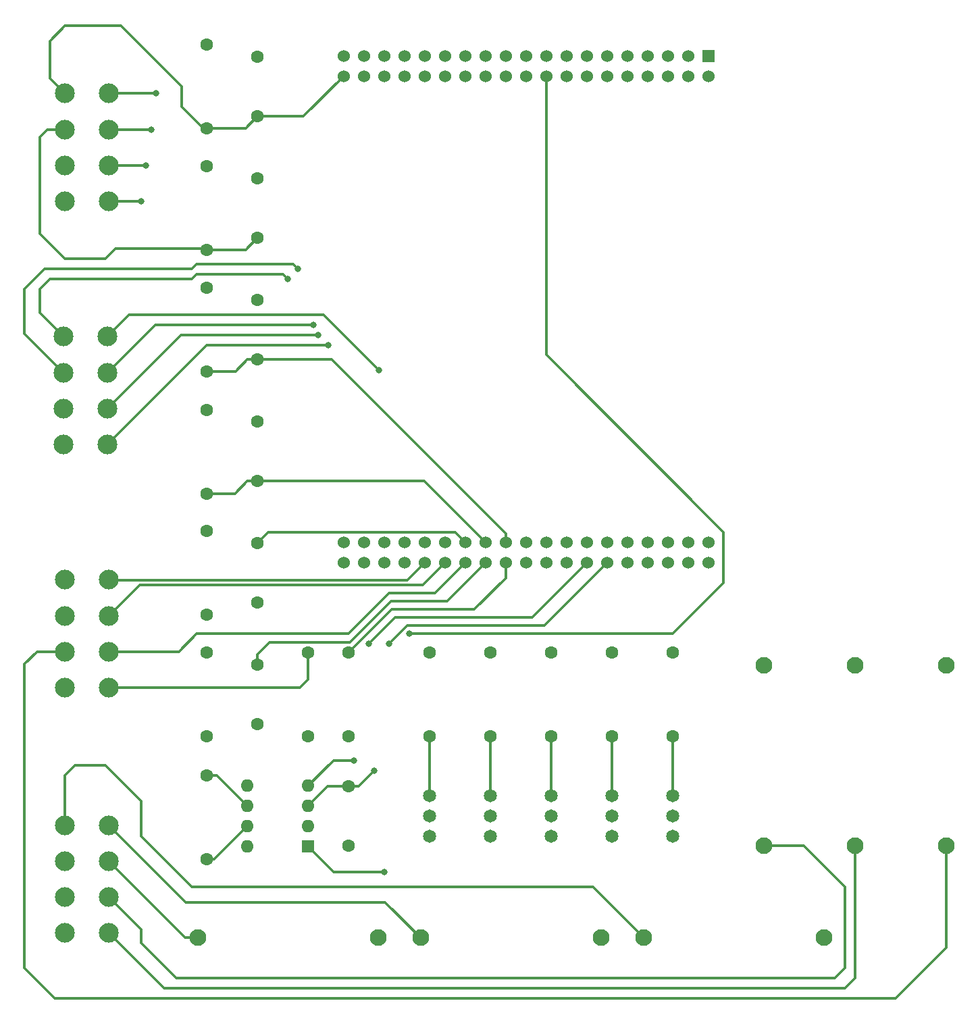
<source format=gbr>
%TF.GenerationSoftware,KiCad,Pcbnew,8.0.6*%
%TF.CreationDate,2025-01-08T12:00:42-04:00*%
%TF.ProjectId,DC,44432e6b-6963-4616-945f-706362585858,rev?*%
%TF.SameCoordinates,Original*%
%TF.FileFunction,Copper,L1,Top*%
%TF.FilePolarity,Positive*%
%FSLAX46Y46*%
G04 Gerber Fmt 4.6, Leading zero omitted, Abs format (unit mm)*
G04 Created by KiCad (PCBNEW 8.0.6) date 2025-01-08 12:00:42*
%MOMM*%
%LPD*%
G01*
G04 APERTURE LIST*
%TA.AperFunction,ComponentPad*%
%ADD10C,2.100000*%
%TD*%
%TA.AperFunction,ComponentPad*%
%ADD11C,1.651000*%
%TD*%
%TA.AperFunction,ComponentPad*%
%ADD12C,1.600000*%
%TD*%
%TA.AperFunction,ComponentPad*%
%ADD13C,2.475500*%
%TD*%
%TA.AperFunction,ComponentPad*%
%ADD14C,1.524000*%
%TD*%
%TA.AperFunction,ComponentPad*%
%ADD15R,1.524000X1.524000*%
%TD*%
%TA.AperFunction,ComponentPad*%
%ADD16R,1.600000X1.600000*%
%TD*%
%TA.AperFunction,ComponentPad*%
%ADD17O,1.600000X1.600000*%
%TD*%
%TA.AperFunction,ViaPad*%
%ADD18C,0.800000*%
%TD*%
%TA.AperFunction,Conductor*%
%ADD19C,0.300000*%
%TD*%
G04 APERTURE END LIST*
D10*
%TO.P,F6,1,1*%
%TO.N,Net-(U7A-VIN)*%
X176530000Y-120780000D03*
%TO.P,F6,2,2*%
%TO.N,VCC*%
X176530000Y-143380000D03*
%TD*%
D11*
%TO.P,U4,3,S*%
%TO.N,GND*%
X119380000Y-142240000D03*
%TO.P,U4,2,D*%
%TO.N,Net-(U4-D)*%
X119380000Y-139700000D03*
%TO.P,U4,1,G*%
%TO.N,Net-(U4-G)*%
X119380000Y-137160000D03*
%TD*%
D12*
%TO.P,C5,1*%
%TO.N,GND*%
X90170000Y-44510000D03*
%TO.P,C5,2*%
%TO.N,/HazardButton*%
X90170000Y-52010000D03*
%TD*%
%TO.P,C6,2*%
%TO.N,/GearSelector*%
X90170000Y-67250000D03*
%TO.P,C6,1*%
%TO.N,GND*%
X90170000Y-59750000D03*
%TD*%
D13*
%TO.P,a2,1,1*%
%TO.N,/RSignalLightButton*%
X71539000Y-62631500D03*
%TO.P,a2,2,2*%
%TO.N,/LSignalLightButton*%
X71539000Y-58130500D03*
%TO.P,a2,3,3*%
%TO.N,/AccelIn*%
X71539000Y-53629500D03*
%TO.P,a2,4,4*%
%TO.N,/BrakePedal*%
X71539000Y-49128500D03*
%TO.P,a2,5,5*%
%TO.N,/HazardButton*%
X66040000Y-49128500D03*
%TO.P,a2,6,6*%
%TO.N,/GearSelector*%
X66040000Y-53629500D03*
%TO.P,a2,7,7*%
%TO.N,unconnected-(a2-Pad7)*%
X66040000Y-58130500D03*
%TO.P,a2,8,8*%
%TO.N,unconnected-(a2-Pad8)*%
X66040000Y-62631500D03*
%TD*%
D12*
%TO.P,C1,1*%
%TO.N,GND*%
X90170000Y-128210000D03*
%TO.P,C1,2*%
%TO.N,/RSignalLightButton*%
X90170000Y-120710000D03*
%TD*%
%TO.P,C2,1*%
%TO.N,GND*%
X90170000Y-112970000D03*
%TO.P,C2,2*%
%TO.N,/LSignalLightButton*%
X90170000Y-105470000D03*
%TD*%
%TO.P,C4,1*%
%TO.N,GND*%
X90170000Y-74990000D03*
%TO.P,C4,2*%
%TO.N,/BrakePedal*%
X90170000Y-82490000D03*
%TD*%
%TO.P,R1,2*%
%TO.N,/BrakeLightOut*%
X142240000Y-119210000D03*
%TO.P,R1,1*%
%TO.N,Net-(U1-G)*%
X142240000Y-129710000D03*
%TD*%
D11*
%TO.P,U2,1,G*%
%TO.N,Net-(U2-G)*%
X134620000Y-137160000D03*
%TO.P,U2,2,D*%
%TO.N,Net-(U2-D)*%
X134620000Y-139700000D03*
%TO.P,U2,3,S*%
%TO.N,GND*%
X134620000Y-142240000D03*
%TD*%
D12*
%TO.P,R7,1*%
%TO.N,/LSignalLightButton*%
X83820000Y-114470000D03*
%TO.P,R7,2*%
%TO.N,/+3V3*%
X83820000Y-103970000D03*
%TD*%
D10*
%TO.P,F4,1,1*%
%TO.N,/DRLRightNeg*%
X110620000Y-154940000D03*
%TO.P,F4,2,2*%
%TO.N,Net-(U4-D)*%
X133220000Y-154940000D03*
%TD*%
D12*
%TO.P,R8,1*%
%TO.N,/AccelIn*%
X83820000Y-99279500D03*
%TO.P,R8,2*%
%TO.N,/+3V3*%
X83820000Y-88779500D03*
%TD*%
D10*
%TO.P,F1,1,1*%
%TO.N,/BrakeLightNeg*%
X165100000Y-143380000D03*
%TO.P,F1,2,2*%
%TO.N,Net-(U1-D)*%
X165100000Y-120780000D03*
%TD*%
D12*
%TO.P,R14,1*%
%TO.N,/CAN_H*%
X83820000Y-145090000D03*
%TO.P,R14,2*%
%TO.N,/CAN_L*%
X83820000Y-134590000D03*
%TD*%
%TO.P,R9,1*%
%TO.N,/BrakePedal*%
X83820000Y-83990000D03*
%TO.P,R9,2*%
%TO.N,/+3V3*%
X83820000Y-73490000D03*
%TD*%
D13*
%TO.P,a4,1,1*%
%TO.N,/DIExtra1*%
X71329500Y-93111500D03*
%TO.P,a4,2,2*%
%TO.N,/DIExtra2*%
X71329500Y-88610500D03*
%TO.P,a4,3,3*%
%TO.N,/DOExtra1*%
X71329500Y-84109500D03*
%TO.P,a4,4,4*%
%TO.N,/ThermalShutoff*%
X71329500Y-79608500D03*
%TO.P,a4,5,5*%
%TO.N,/UART_RX*%
X65830500Y-79608500D03*
%TO.P,a4,6,6*%
%TO.N,/UART_TX*%
X65830500Y-84109500D03*
%TO.P,a4,7,7*%
%TO.N,unconnected-(a4-Pad7)*%
X65830500Y-88610500D03*
%TO.P,a4,8,8*%
%TO.N,unconnected-(a4-Pad8)*%
X65830500Y-93111500D03*
%TD*%
D11*
%TO.P,U3,1,G*%
%TO.N,Net-(U3-G)*%
X111760000Y-137160000D03*
%TO.P,U3,2,D*%
%TO.N,Net-(U3-D)*%
X111760000Y-139700000D03*
%TO.P,U3,3,S*%
%TO.N,GND*%
X111760000Y-142240000D03*
%TD*%
D12*
%TO.P,C3,1*%
%TO.N,GND*%
X90170000Y-90230000D03*
%TO.P,C3,2*%
%TO.N,/AccelIn*%
X90170000Y-97730000D03*
%TD*%
%TO.P,R11,1*%
%TO.N,/GearSelector*%
X83820000Y-68750000D03*
%TO.P,R11,2*%
%TO.N,/+3V3*%
X83820000Y-58250000D03*
%TD*%
D11*
%TO.P,U1,1,G*%
%TO.N,Net-(U1-G)*%
X142240000Y-137160000D03*
%TO.P,U1,2,D*%
%TO.N,Net-(U1-D)*%
X142240000Y-139700000D03*
%TO.P,U1,3,S*%
%TO.N,GND*%
X142240000Y-142240000D03*
%TD*%
D12*
%TO.P,R6,1*%
%TO.N,/RSignalLightButton*%
X83820000Y-129710000D03*
%TO.P,R6,2*%
%TO.N,/+3V3*%
X83820000Y-119210000D03*
%TD*%
%TO.P,R12,2*%
%TO.N,/SupBattMonitor*%
X96520000Y-129710000D03*
%TO.P,R12,1*%
%TO.N,/SupBattery*%
X96520000Y-119210000D03*
%TD*%
%TO.P,C7,1*%
%TO.N,GND*%
X101600000Y-143450000D03*
%TO.P,C7,2*%
%TO.N,/CANTransceiver5V*%
X101600000Y-135950000D03*
%TD*%
D14*
%TO.P,U7,CN10_38,NC_CN10_38*%
%TO.N,unconnected-(U7B-NC_CN10_38-PadCN10_38)*%
X100950000Y-107950000D03*
%TO.P,U7,CN10_37,PA3*%
%TO.N,/UART_RX*%
X100950000Y-105410000D03*
%TO.P,U7,CN10_36,NC_CN10_36*%
%TO.N,unconnected-(U7B-NC_CN10_36-PadCN10_36)*%
X103490000Y-107950000D03*
%TO.P,U7,CN10_35,PA2*%
%TO.N,/UART_TX*%
X103490000Y-105410000D03*
%TO.P,U7,CN10_34,PC4*%
%TO.N,unconnected-(U7B-PC4-PadCN10_34)*%
X106030000Y-107950000D03*
%TO.P,U7,CN10_33,PA10*%
%TO.N,/ThermalShutoff*%
X106030000Y-105410000D03*
%TO.P,U7,CN10_32,AGND*%
%TO.N,unconnected-(U7B-AGND-PadCN10_32)*%
X108570000Y-107950000D03*
%TO.P,U7,CN10_31,PB3*%
%TO.N,unconnected-(U7B-PB3-PadCN10_31)*%
X108570000Y-105410000D03*
%TO.P,U7,CN10_30,PA5*%
%TO.N,/Reverse*%
X111110000Y-107950000D03*
%TO.P,U7,CN10_29,PB5*%
%TO.N,unconnected-(U7B-PB5-PadCN10_29)*%
X111110000Y-105410000D03*
%TO.P,U7,CN10_28,PA6*%
%TO.N,/Neutral*%
X113650000Y-107950000D03*
%TO.P,U7,CN10_27,PB4*%
%TO.N,unconnected-(U7B-PB4-PadCN10_27)*%
X113650000Y-105410000D03*
%TO.P,U7,CN10_26,PA7*%
%TO.N,/Drive*%
X116190000Y-107950000D03*
%TO.P,U7,CN10_25,PB10*%
%TO.N,/LSignalLightButton*%
X116190000Y-105410000D03*
%TO.P,U7,CN10_24,PB1*%
%TO.N,/RSignalLightButton*%
X118730000Y-107950000D03*
%TO.P,U7,CN10_23,PA8*%
%TO.N,/AccelIn*%
X118730000Y-105410000D03*
%TO.P,U7,CN10_22,PB2*%
%TO.N,/SupBattMonitor*%
X121270000Y-107950000D03*
%TO.P,U7,CN10_21,PA9*%
%TO.N,/BrakePedal*%
X121270000Y-105410000D03*
%TO.P,U7,CN10_20,GND_CN10_20*%
%TO.N,unconnected-(U7B-GND_CN10_20-PadCN10_20)*%
X123810000Y-107950000D03*
%TO.P,U7,CN10_19,PC7*%
%TO.N,unconnected-(U7B-PC7-PadCN10_19)*%
X123810000Y-105410000D03*
%TO.P,U7,CN10_18,PB11*%
%TO.N,/LSignalLightOut*%
X126350000Y-107950000D03*
%TO.P,U7,CN10_17,PB6*%
%TO.N,unconnected-(U7B-PB6-PadCN10_17)*%
X126350000Y-105410000D03*
%TO.P,U7,CN10_16,PB12*%
%TO.N,/DRLRightOut*%
X128890000Y-107950000D03*
%TO.P,U7,CN10_15,PB15*%
%TO.N,unconnected-(U7B-PB15-PadCN10_15)*%
X128890000Y-105410000D03*
%TO.P,U7,CN10_14,PA11*%
%TO.N,/CAN_RX*%
X131430000Y-107950000D03*
%TO.P,U7,CN10_13,PB14*%
%TO.N,unconnected-(U7B-PB14-PadCN10_13)*%
X131430000Y-105410000D03*
%TO.P,U7,CN10_12,PA12*%
%TO.N,/CAN_TX*%
X133970000Y-107950000D03*
%TO.P,U7,CN10_11,PB13*%
%TO.N,unconnected-(U7B-PB13-PadCN10_11)*%
X133970000Y-105410000D03*
%TO.P,U7,CN10_10,NC_CN10_10*%
%TO.N,unconnected-(U7B-NC_CN10_10-PadCN10_10)*%
X136510000Y-107950000D03*
%TO.P,U7,CN10_9,GND_CN10_9*%
%TO.N,GND*%
X136510000Y-105410000D03*
%TO.P,U7,CN10_8,U5V*%
%TO.N,unconnected-(U7B-U5V-PadCN10_8)*%
X139050000Y-107950000D03*
%TO.P,U7,CN10_7,AVDD*%
%TO.N,unconnected-(U7B-AVDD-PadCN10_7)*%
X139050000Y-105410000D03*
%TO.P,U7,CN10_6,PC5*%
%TO.N,/DRLLeftOut*%
X141590000Y-107950000D03*
%TO.P,U7,CN10_5,PB9*%
%TO.N,unconnected-(U7B-PB9-PadCN10_5)*%
X141590000Y-105410000D03*
%TO.P,U7,CN10_4,PC6*%
%TO.N,/RSignalLightOut*%
X144130000Y-107950000D03*
%TO.P,U7,CN10_3,PB8*%
%TO.N,unconnected-(U7B-PB8-PadCN10_3)*%
X144130000Y-105410000D03*
%TO.P,U7,CN10_2,PC8*%
%TO.N,/BrakeLightOut*%
X146670000Y-107950000D03*
%TO.P,U7,CN10_1,PC9*%
%TO.N,unconnected-(U7B-PC9-PadCN10_1)*%
X146670000Y-105410000D03*
%TO.P,U7,CN7_38,PC0*%
%TO.N,/HazardButton*%
X100950000Y-46990000D03*
%TO.P,U7,CN7_37,PC3*%
%TO.N,unconnected-(U7A-PC3-PadCN7_37)*%
X100950000Y-44450000D03*
%TO.P,U7,CN7_36,PC1*%
%TO.N,/DOExtra1*%
X103490000Y-46990000D03*
%TO.P,U7,CN7_35,PC2*%
%TO.N,unconnected-(U7A-PC2-PadCN7_35)*%
X103490000Y-44450000D03*
%TO.P,U7,CN7_34,PB0*%
%TO.N,/DIExtra2*%
X106030000Y-46990000D03*
%TO.P,U7,CN7_33,VBAT*%
%TO.N,unconnected-(U7A-VBAT-PadCN7_33)*%
X106030000Y-44450000D03*
%TO.P,U7,CN7_32,PA4*%
%TO.N,/DIExtra1*%
X108570000Y-46990000D03*
%TO.P,U7,CN7_31,PF1*%
%TO.N,unconnected-(U7A-PF1-PadCN7_31)*%
X108570000Y-44450000D03*
%TO.P,U7,CN7_30,PA1*%
%TO.N,unconnected-(U7A-PA1-PadCN7_30)*%
X111110000Y-46990000D03*
%TO.P,U7,CN7_29,PF0*%
%TO.N,unconnected-(U7A-PF0-PadCN7_29)*%
X111110000Y-44450000D03*
%TO.P,U7,CN7_28,PA0*%
%TO.N,unconnected-(U7A-PA0-PadCN7_28)*%
X113650000Y-46990000D03*
%TO.P,U7,CN7_27,PC15*%
%TO.N,unconnected-(U7A-PC15-PadCN7_27)*%
X113650000Y-44450000D03*
%TO.P,U7,CN7_26,NC_CN7_26*%
%TO.N,unconnected-(U7A-NC_CN7_26-PadCN7_26)*%
X116190000Y-46990000D03*
%TO.P,U7,CN7_25,PC14*%
%TO.N,unconnected-(U7A-PC14-PadCN7_25)*%
X116190000Y-44450000D03*
%TO.P,U7,CN7_24,VIN*%
%TO.N,Net-(U7A-VIN)*%
X118730000Y-46990000D03*
%TO.P,U7,CN7_23,PC13*%
%TO.N,unconnected-(U7A-PC13-PadCN7_23)*%
X118730000Y-44450000D03*
%TO.P,U7,CN7_22,GND_CN7_22*%
%TO.N,GND*%
X121270000Y-46990000D03*
%TO.P,U7,CN7_21,PB7*%
%TO.N,unconnected-(U7A-PB7-PadCN7_21)*%
X121270000Y-44450000D03*
%TO.P,U7,CN7_20,GND_CN7_20*%
%TO.N,GND*%
X123810000Y-46990000D03*
%TO.P,U7,CN7_19,GND_CN7_19*%
X123810000Y-44450000D03*
%TO.P,U7,CN7_18,+5V*%
%TO.N,/CANTransceiver5V*%
X126350000Y-46990000D03*
%TO.P,U7,CN7_17,PA15*%
%TO.N,unconnected-(U7A-PA15-PadCN7_17)*%
X126350000Y-44450000D03*
%TO.P,U7,CN7_16,+3V3*%
%TO.N,/+3V3*%
X128890000Y-46990000D03*
%TO.P,U7,CN7_15,PA14*%
%TO.N,unconnected-(U7A-PA14-PadCN7_15)*%
X128890000Y-44450000D03*
%TO.P,U7,CN7_14,~{RESET}*%
%TO.N,unconnected-(U7A-~{RESET}-PadCN7_14)*%
X131430000Y-46990000D03*
%TO.P,U7,CN7_13,PA13*%
%TO.N,unconnected-(U7A-PA13-PadCN7_13)*%
X131430000Y-44450000D03*
%TO.P,U7,CN7_12,IOREF*%
%TO.N,unconnected-(U7A-IOREF-PadCN7_12)*%
X133970000Y-46990000D03*
%TO.P,U7,CN7_11,NC_CN7_11*%
%TO.N,unconnected-(U7A-NC_CN7_11-PadCN7_11)*%
X133970000Y-44450000D03*
%TO.P,U7,CN7_10,NC_CN7_10*%
%TO.N,unconnected-(U7A-NC_CN7_10-PadCN7_10)*%
X136510000Y-46990000D03*
%TO.P,U7,CN7_9,NC_CN7_9*%
%TO.N,unconnected-(U7A-NC_CN7_9-PadCN7_9)*%
X136510000Y-44450000D03*
%TO.P,U7,CN7_8,GND_CN7_8*%
%TO.N,GND*%
X139050000Y-46990000D03*
%TO.P,U7,CN7_7,BOOT0*%
%TO.N,unconnected-(U7A-BOOT0-PadCN7_7)*%
X139050000Y-44450000D03*
%TO.P,U7,CN7_6,E5V*%
%TO.N,unconnected-(U7A-E5V-PadCN7_6)*%
X141590000Y-46990000D03*
%TO.P,U7,CN7_5,VDD*%
%TO.N,unconnected-(U7A-VDD-PadCN7_5)*%
X141590000Y-44450000D03*
%TO.P,U7,CN7_4,PD2*%
%TO.N,unconnected-(U7A-PD2-PadCN7_4)*%
X144130000Y-46990000D03*
%TO.P,U7,CN7_3,PC12*%
%TO.N,unconnected-(U7A-PC12-PadCN7_3)*%
X144130000Y-44450000D03*
%TO.P,U7,CN7_2,PC11*%
%TO.N,unconnected-(U7A-PC11-PadCN7_2)*%
X146670000Y-46990000D03*
D15*
%TO.P,U7,CN7_1,PC10*%
%TO.N,unconnected-(U7A-PC10-PadCN7_1)*%
X146670000Y-44450000D03*
%TD*%
D12*
%TO.P,R2,2*%
%TO.N,/RSignalLightOut*%
X134620000Y-119210000D03*
%TO.P,R2,1*%
%TO.N,Net-(U2-G)*%
X134620000Y-129710000D03*
%TD*%
%TO.P,R13,2*%
%TO.N,GND*%
X101600000Y-129710000D03*
%TO.P,R13,1*%
%TO.N,/SupBattMonitor*%
X101600000Y-119210000D03*
%TD*%
D13*
%TO.P,a1,1,1*%
%TO.N,/BrakeLightNeg*%
X71539000Y-154361000D03*
%TO.P,a1,2,2*%
%TO.N,/RSignalLightNeg*%
X71539000Y-149860000D03*
%TO.P,a1,3,3*%
%TO.N,/LSignalLightNeg*%
X71539000Y-145359000D03*
%TO.P,a1,4,4*%
%TO.N,/DRLRightNeg*%
X71539000Y-140858000D03*
%TO.P,a1,5,5*%
%TO.N,/DRLLeftNeg*%
X66040000Y-140858000D03*
%TO.P,a1,6,6*%
%TO.N,GND*%
X66040000Y-145359000D03*
%TO.P,a1,7,7*%
X66040000Y-149860000D03*
%TO.P,a1,8,8*%
X66040000Y-154361000D03*
%TD*%
D16*
%TO.P,U6,1,TXD*%
%TO.N,/CAN_TX*%
X96520000Y-143500000D03*
D17*
%TO.P,U6,2,VSS*%
%TO.N,GND*%
X96520000Y-140960000D03*
%TO.P,U6,3,VDD*%
%TO.N,/CANTransceiver5V*%
X96520000Y-138420000D03*
%TO.P,U6,4,RXD*%
%TO.N,/CAN_RX*%
X96520000Y-135880000D03*
%TO.P,U6,5,Vref*%
%TO.N,unconnected-(U6-Vref-Pad5)*%
X88900000Y-135880000D03*
%TO.P,U6,6,CANL*%
%TO.N,/CAN_L*%
X88900000Y-138420000D03*
%TO.P,U6,7,CANH*%
%TO.N,/CAN_H*%
X88900000Y-140960000D03*
%TO.P,U6,8,Rs*%
%TO.N,GND*%
X88900000Y-143500000D03*
%TD*%
D12*
%TO.P,R5,1*%
%TO.N,Net-(U5-G)*%
X127000000Y-129710000D03*
%TO.P,R5,2*%
%TO.N,/DRLLeftOut*%
X127000000Y-119210000D03*
%TD*%
D10*
%TO.P,F2,1,1*%
%TO.N,/RSignalLightNeg*%
X153670000Y-143380000D03*
%TO.P,F2,2,2*%
%TO.N,Net-(U2-D)*%
X153670000Y-120780000D03*
%TD*%
D12*
%TO.P,R3,2*%
%TO.N,/LSignalLightOut*%
X111760000Y-119210000D03*
%TO.P,R3,1*%
%TO.N,Net-(U3-G)*%
X111760000Y-129710000D03*
%TD*%
%TO.P,R4,1*%
%TO.N,Net-(U4-G)*%
X119380000Y-129710000D03*
%TO.P,R4,2*%
%TO.N,/DRLRightOut*%
X119380000Y-119210000D03*
%TD*%
%TO.P,R10,1*%
%TO.N,/HazardButton*%
X83820000Y-53510000D03*
%TO.P,R10,2*%
%TO.N,/+3V3*%
X83820000Y-43010000D03*
%TD*%
D11*
%TO.P,U5,3,S*%
%TO.N,GND*%
X127000000Y-142240000D03*
%TO.P,U5,2,D*%
%TO.N,Net-(U5-D)*%
X127000000Y-139700000D03*
%TO.P,U5,1,G*%
%TO.N,Net-(U5-G)*%
X127000000Y-137160000D03*
%TD*%
D10*
%TO.P,F3,2,2*%
%TO.N,Net-(U3-D)*%
X105280000Y-154940000D03*
%TO.P,F3,1,1*%
%TO.N,/LSignalLightNeg*%
X82680000Y-154940000D03*
%TD*%
%TO.P,F5,2,2*%
%TO.N,Net-(U5-D)*%
X161160000Y-154940000D03*
%TO.P,F5,1,1*%
%TO.N,/DRLLeftNeg*%
X138560000Y-154940000D03*
%TD*%
D13*
%TO.P,a3,1,1*%
%TO.N,/SupBattery*%
X71539000Y-123591500D03*
%TO.P,a3,2,2*%
%TO.N,/Drive*%
X71539000Y-119090500D03*
%TO.P,a3,3,3*%
%TO.N,/Neutral*%
X71539000Y-114589500D03*
%TO.P,a3,4,4*%
%TO.N,/Reverse*%
X71539000Y-110088500D03*
%TO.P,a3,5,5*%
%TO.N,/CAN_L*%
X66040000Y-110088500D03*
%TO.P,a3,6,6*%
%TO.N,/CAN_H*%
X66040000Y-114589500D03*
%TO.P,a3,7,7*%
%TO.N,VCC*%
X66040000Y-119090500D03*
%TO.P,a3,8,8*%
%TO.N,GND*%
X66040000Y-123591500D03*
%TD*%
D18*
%TO.N,/LSignalLightButton*%
X76200000Y-58130500D03*
%TO.N,/RSignalLightButton*%
X75565000Y-62631500D03*
%TO.N,/AccelIn*%
X76835000Y-53629500D03*
%TO.N,/BrakePedal*%
X77470000Y-49128500D03*
%TO.N,/CAN_TX*%
X106045000Y-146685000D03*
%TO.N,/CANTransceiver5V*%
X104775000Y-133985000D03*
%TO.N,/CAN_RX*%
X102235000Y-132715000D03*
X104140000Y-118110000D03*
%TO.N,/CAN_TX*%
X106680000Y-118110000D03*
%TO.N,/CANTransceiver5V*%
X109220000Y-116840000D03*
%TO.N,/UART_RX*%
X93980000Y-72390000D03*
%TO.N,/UART_TX*%
X95250000Y-71120000D03*
%TO.N,/DOExtra1*%
X97155000Y-78105000D03*
%TO.N,/DIExtra2*%
X97790000Y-79375000D03*
%TO.N,/DIExtra1*%
X99060000Y-80645000D03*
%TO.N,/ThermalShutoff*%
X105410000Y-83820000D03*
%TD*%
D19*
%TO.N,/HazardButton*%
X95930000Y-52010000D02*
X90170000Y-52010000D01*
%TO.N,/LSignalLightButton*%
X114920000Y-104140000D02*
X116190000Y-105410000D01*
X90170000Y-105470000D02*
X91500000Y-104140000D01*
X91500000Y-104140000D02*
X114920000Y-104140000D01*
%TO.N,/RSignalLightButton*%
X90170000Y-119440000D02*
X90170000Y-120710000D01*
X91650000Y-117960000D02*
X90170000Y-119440000D01*
%TO.N,/GearSelector*%
X88670000Y-68750000D02*
X90170000Y-67250000D01*
X83820000Y-68750000D02*
X88670000Y-68750000D01*
%TO.N,/HazardButton*%
X88670000Y-53510000D02*
X83820000Y-53510000D01*
X90170000Y-52010000D02*
X88670000Y-53510000D01*
%TO.N,/DOExtra1*%
X77334000Y-78105000D02*
X71329500Y-84109500D01*
X97155000Y-78105000D02*
X77334000Y-78105000D01*
%TO.N,/DIExtra2*%
X80565000Y-79375000D02*
X71329500Y-88610500D01*
X97790000Y-79375000D02*
X80565000Y-79375000D01*
%TO.N,/DIExtra1*%
X83796000Y-80645000D02*
X71329500Y-93111500D01*
X99060000Y-80645000D02*
X83796000Y-80645000D01*
%TO.N,/ThermalShutoff*%
X98425000Y-76835000D02*
X105410000Y-83820000D01*
X71329500Y-79608500D02*
X74103000Y-76835000D01*
X74103000Y-76835000D02*
X98425000Y-76835000D01*
%TO.N,/HazardButton*%
X95930000Y-52010000D02*
X100950000Y-46990000D01*
%TO.N,/BrakePedal*%
X99427630Y-82490000D02*
X121270000Y-104332370D01*
X121270000Y-104332370D02*
X121270000Y-105410000D01*
X88900000Y-82490000D02*
X99427630Y-82490000D01*
%TO.N,/AccelIn*%
X111050000Y-97730000D02*
X118730000Y-105410000D01*
X88900000Y-97730000D02*
X111050000Y-97730000D01*
%TO.N,/Reverse*%
X108916000Y-110144000D02*
X111110000Y-107950000D01*
X71594500Y-110144000D02*
X108916000Y-110144000D01*
X71539000Y-110088500D02*
X71594500Y-110144000D01*
%TO.N,/Neutral*%
X110856000Y-110744000D02*
X113650000Y-107950000D01*
X75384500Y-110744000D02*
X110856000Y-110744000D01*
X71539000Y-114589500D02*
X75384500Y-110744000D01*
%TO.N,/RSignalLightButton*%
X106934000Y-112776000D02*
X113904000Y-112776000D01*
X101750000Y-117960000D02*
X106934000Y-112776000D01*
X91650000Y-117960000D02*
X101750000Y-117960000D01*
X113904000Y-112776000D02*
X118730000Y-107950000D01*
%TO.N,/SupBattMonitor*%
X121270000Y-109870000D02*
X121270000Y-107950000D01*
X107018000Y-113792000D02*
X117348000Y-113792000D01*
X101600000Y-119210000D02*
X107018000Y-113792000D01*
X117348000Y-113792000D02*
X121270000Y-109870000D01*
%TO.N,/CAN_RX*%
X124572000Y-114808000D02*
X131430000Y-107950000D01*
X107442000Y-114808000D02*
X124572000Y-114808000D01*
X104140000Y-118110000D02*
X107442000Y-114808000D01*
%TO.N,/CAN_TX*%
X126096000Y-115824000D02*
X133970000Y-107950000D01*
X108966000Y-115824000D02*
X126096000Y-115824000D01*
X106680000Y-118110000D02*
X108966000Y-115824000D01*
%TO.N,/UART_TX*%
X82550000Y-70485000D02*
X94615000Y-70485000D01*
X81915000Y-71120000D02*
X82550000Y-70485000D01*
X63500000Y-71120000D02*
X81915000Y-71120000D01*
X60960000Y-73660000D02*
X63500000Y-71120000D01*
X60960000Y-79239000D02*
X60960000Y-73660000D01*
X94615000Y-70485000D02*
X95250000Y-71120000D01*
X65830500Y-84109500D02*
X60960000Y-79239000D01*
%TO.N,/UART_RX*%
X93345000Y-71755000D02*
X93980000Y-72390000D01*
X82550000Y-71755000D02*
X93345000Y-71755000D01*
%TO.N,/RSignalLightNeg*%
X163830000Y-158750000D02*
X163830000Y-148590000D01*
X162560000Y-160020000D02*
X163830000Y-158750000D01*
X75565000Y-155575000D02*
X80010000Y-160020000D01*
X163830000Y-148590000D02*
X158620000Y-143380000D01*
X75565000Y-153886000D02*
X75565000Y-155575000D01*
X80010000Y-160020000D02*
X162560000Y-160020000D01*
X71539000Y-149860000D02*
X75565000Y-153886000D01*
X158620000Y-143380000D02*
X153670000Y-143380000D01*
%TO.N,/BrakeLightNeg*%
X165100000Y-160020000D02*
X165100000Y-143380000D01*
X163830000Y-161290000D02*
X165100000Y-160020000D01*
X78468000Y-161290000D02*
X163830000Y-161290000D01*
X71539000Y-154361000D02*
X78468000Y-161290000D01*
%TO.N,VCC*%
X64770000Y-162560000D02*
X60960000Y-158750000D01*
X170180000Y-162560000D02*
X64770000Y-162560000D01*
X60960000Y-120650000D02*
X62519500Y-119090500D01*
X62519500Y-119090500D02*
X66040000Y-119090500D01*
X176530000Y-156210000D02*
X170180000Y-162560000D01*
X60960000Y-158750000D02*
X60960000Y-120650000D01*
X176530000Y-143380000D02*
X176530000Y-156210000D01*
%TO.N,/UART_RX*%
X81915000Y-72390000D02*
X82550000Y-71755000D01*
X64135000Y-72390000D02*
X81915000Y-72390000D01*
X62865000Y-73660000D02*
X64135000Y-72390000D01*
X62865000Y-76643000D02*
X62865000Y-73660000D01*
X65830500Y-79608500D02*
X62865000Y-76643000D01*
%TO.N,/GearSelector*%
X83650000Y-68580000D02*
X83820000Y-68750000D01*
X72390000Y-68580000D02*
X83650000Y-68580000D01*
X66040000Y-69850000D02*
X71120000Y-69850000D01*
X62865000Y-66675000D02*
X66040000Y-69850000D01*
X62865000Y-54610000D02*
X62865000Y-66675000D01*
X63845500Y-53629500D02*
X62865000Y-54610000D01*
X66040000Y-53629500D02*
X63845500Y-53629500D01*
X71120000Y-69850000D02*
X72390000Y-68580000D01*
%TO.N,/CANTransceiver5V*%
X102810000Y-135950000D02*
X101600000Y-135950000D01*
X104775000Y-133985000D02*
X102810000Y-135950000D01*
%TO.N,/CAN_RX*%
X99685000Y-132715000D02*
X96520000Y-135880000D01*
X102235000Y-132715000D02*
X99685000Y-132715000D01*
%TO.N,/CAN_TX*%
X100330000Y-146685000D02*
X106045000Y-146685000D01*
X99705000Y-146685000D02*
X100330000Y-146685000D01*
X96520000Y-143500000D02*
X99705000Y-146685000D01*
%TO.N,/DRLLeftNeg*%
X132210000Y-148590000D02*
X138560000Y-154940000D01*
X75565000Y-142240000D02*
X81915000Y-148590000D01*
X75565000Y-137795000D02*
X75565000Y-142240000D01*
X81915000Y-148590000D02*
X132210000Y-148590000D01*
X71120000Y-133350000D02*
X75565000Y-137795000D01*
X67310000Y-133350000D02*
X71120000Y-133350000D01*
X66040000Y-134620000D02*
X67310000Y-133350000D01*
X66040000Y-140858000D02*
X66040000Y-134620000D01*
%TO.N,/DRLRightNeg*%
X106175000Y-150495000D02*
X110620000Y-154940000D01*
X81176000Y-150495000D02*
X106175000Y-150495000D01*
X71539000Y-140858000D02*
X81176000Y-150495000D01*
%TO.N,/LSignalLightNeg*%
X81120000Y-154940000D02*
X82680000Y-154940000D01*
X71539000Y-145359000D02*
X81120000Y-154940000D01*
%TO.N,Net-(U1-G)*%
X142240000Y-129710000D02*
X142240000Y-137160000D01*
%TO.N,Net-(U2-G)*%
X134620000Y-129710000D02*
X134620000Y-137160000D01*
%TO.N,Net-(U3-G)*%
X111760000Y-129964000D02*
X111760000Y-137414000D01*
%TO.N,Net-(U5-G)*%
X127000000Y-129710000D02*
X127000000Y-137160000D01*
%TO.N,Net-(U4-G)*%
X119380000Y-129710000D02*
X119380000Y-137160000D01*
%TO.N,/SupBattery*%
X95483500Y-123591500D02*
X71539000Y-123591500D01*
X96520000Y-122555000D02*
X95483500Y-123591500D01*
X96520000Y-119210000D02*
X96520000Y-122555000D01*
%TO.N,/HazardButton*%
X83355000Y-53510000D02*
X83820000Y-53510000D01*
X73025000Y-40640000D02*
X80645000Y-48260000D01*
X80645000Y-48260000D02*
X80645000Y-50800000D01*
X80645000Y-50800000D02*
X83355000Y-53510000D01*
X66040000Y-40640000D02*
X73025000Y-40640000D01*
X64135000Y-47223500D02*
X64135000Y-42545000D01*
X64135000Y-42545000D02*
X66040000Y-40640000D01*
X66040000Y-49128500D02*
X64135000Y-47223500D01*
%TO.N,/CANTransceiver5V*%
X98990000Y-135950000D02*
X96520000Y-138420000D01*
X101600000Y-135950000D02*
X98990000Y-135950000D01*
%TO.N,/CAN_H*%
X88900000Y-140960000D02*
X84770000Y-145090000D01*
X84770000Y-145090000D02*
X83820000Y-145090000D01*
%TO.N,/CAN_L*%
X85070000Y-134590000D02*
X88900000Y-138420000D01*
X83820000Y-134590000D02*
X85070000Y-134590000D01*
%TO.N,/AccelIn*%
X87350500Y-99279500D02*
X88900000Y-97730000D01*
X83820000Y-99279500D02*
X87350500Y-99279500D01*
%TO.N,/BrakePedal*%
X87400000Y-83990000D02*
X88900000Y-82490000D01*
X83820000Y-83990000D02*
X87400000Y-83990000D01*
X71539000Y-49128500D02*
X77470000Y-49128500D01*
%TO.N,/RSignalLightButton*%
X71539000Y-62631500D02*
X75565000Y-62631500D01*
%TO.N,/AccelIn*%
X71539000Y-53629500D02*
X76835000Y-53629500D01*
%TO.N,/LSignalLightButton*%
X71539000Y-58130500D02*
X76200000Y-58130500D01*
%TO.N,/Drive*%
X112380000Y-111760000D02*
X116190000Y-107950000D01*
X106680000Y-111760000D02*
X112380000Y-111760000D01*
X82550000Y-116840000D02*
X101600000Y-116840000D01*
X80299500Y-119090500D02*
X82550000Y-116840000D01*
X101600000Y-116840000D02*
X106680000Y-111760000D01*
X71539000Y-119090500D02*
X80299500Y-119090500D01*
%TO.N,/CANTransceiver5V*%
X148590000Y-104140000D02*
X126350000Y-81900000D01*
X148590000Y-110490000D02*
X148590000Y-104140000D01*
X142240000Y-116840000D02*
X148590000Y-110490000D01*
X109220000Y-116840000D02*
X142240000Y-116840000D01*
X126350000Y-81900000D02*
X126350000Y-46990000D01*
%TD*%
M02*

</source>
